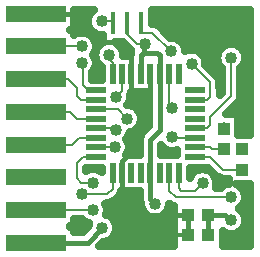
<source format=gtl>
G04 DipTrace 3.3.1.1*
G04 Top.gtl*
%MOIN*%
G04 #@! TF.FileFunction,Copper,L1,Top*
G04 #@! TF.Part,Single*
G04 #@! TA.AperFunction,Conductor*
%ADD13C,0.008*%
%ADD14C,0.017*%
G04 #@! TA.AperFunction,CopperBalancing*
%ADD15C,0.025*%
%ADD16C,0.013*%
%ADD17R,0.2X0.0545*%
%ADD18R,0.043307X0.03937*%
%ADD19R,0.03937X0.043307*%
%ADD21R,0.019685X0.066929*%
%ADD22R,0.066929X0.019685*%
%ADD24R,0.015748X0.074803*%
G04 #@! TA.AperFunction,ViaPad*
%ADD25C,0.04*%
%FSLAX26Y26*%
G04*
G70*
G90*
G75*
G01*
G04 Top*
%LPD*%
X765818Y911960D2*
D13*
X785974Y932116D1*
Y987449D1*
X949950Y1062450D2*
X887450Y1124950D1*
X849949D1*
Y1156200D1*
X718700Y1162449D2*
X749212D1*
X755461Y1156200D1*
X743700Y1049949D2*
Y1037451D1*
X756200Y1024951D1*
Y987449D1*
X754478D1*
X720302Y473696D2*
D14*
Y468700D1*
X880462Y656741D2*
Y569693D1*
X896527Y553629D1*
X911959Y987449D2*
Y799735D1*
X880462Y768239D1*
Y656741D1*
X499951Y424951D2*
X671557D1*
X720302Y473696D1*
X911959Y987449D2*
Y1050288D1*
X903456Y1058791D1*
X858791D1*
X848966Y1048966D1*
Y987449D1*
X862450Y1087450D2*
X858791Y1058791D1*
X802705Y1156200D2*
D13*
Y1122195D1*
X837450Y1087450D1*
X862450D1*
X880462Y987449D2*
D14*
Y874535D1*
X848964D1*
X817470Y906028D1*
Y987449D1*
X1006200Y449949D2*
Y518700D1*
X817470Y987449D2*
Y1044930D1*
X768700Y1093700D1*
X724949D1*
X630659Y1187990D1*
X500001D1*
X1006200Y518700D2*
X785974D1*
Y656741D1*
Y698474D1*
X848964Y761464D1*
Y874535D1*
X765818Y800503D2*
D13*
X759974Y806347D1*
X699360D1*
X651838Y1024397D2*
X656684Y1019550D1*
Y949465D1*
X673818Y932331D1*
X699360D1*
X651838Y586944D2*
X736944D1*
X754478Y604478D1*
Y656741D1*
X499951Y533951D2*
X689310D1*
Y533952D1*
Y624417D2*
X650483D1*
X635692Y639208D1*
Y691941D1*
X655609Y711859D1*
X699360D1*
X762451Y743700D2*
X762106Y743355D1*
X699360D1*
X499951Y751951D2*
X620701D1*
X643602Y774851D1*
X699360D1*
Y837843D2*
X637057D1*
X613949Y860951D1*
X499951D1*
Y969951D2*
X604949D1*
X635692Y939208D1*
Y914208D1*
X649065Y900835D1*
X699360D1*
X803291Y837976D2*
X771927Y869339D1*
X699360D1*
X499951Y1078951D2*
X651838D1*
Y1078952D1*
X953452Y874968D2*
X943455Y884965D1*
Y987449D1*
X1017787Y1021798D2*
X1080527Y959058D1*
Y911777D1*
X1069585Y900835D1*
X1030069D1*
X1073129Y449949D2*
D14*
Y518700D1*
X1130394D1*
X1149951Y499144D1*
Y576588D2*
D13*
X964448D1*
X943455Y597582D1*
Y656741D1*
X1054456Y622645D2*
X1029393Y597582D1*
X983569D1*
X974951Y606200D1*
Y656741D1*
X1030069Y711859D2*
X1080527D1*
X1123686Y668700D1*
X1187451D1*
X1030069Y743355D2*
X1080527D1*
X1086432Y737449D1*
X1124951D1*
X953452Y775972D2*
X954573Y774851D1*
X1030069D1*
X1149951Y1041256D2*
Y912616D1*
X1080527Y843192D1*
Y818027D1*
X1068847Y806347D1*
X1030069D1*
X1187451Y735629D2*
Y737449D1*
X1124951Y806200D2*
Y804378D1*
D25*
Y806200D3*
X1187451Y737449D3*
X743700Y1049949D3*
X718700Y1162449D3*
X765818Y911960D3*
X949950Y1062450D3*
X720302Y473696D3*
X896527Y553629D3*
X765818Y800503D3*
X651838Y1024397D3*
Y586944D3*
X689310Y533952D3*
Y624417D3*
X762451Y743700D3*
X803291Y837976D3*
X953452Y874968D3*
X651838Y1078952D3*
X1017787Y1021798D3*
X1149951Y499144D3*
Y576588D3*
X1054456Y622645D3*
X953452Y775972D3*
X1149951Y1041256D3*
X862450Y1087450D3*
X628999Y1175081D2*
D15*
X671438D1*
X886827D2*
X1209952D1*
X628999Y1150212D2*
X671331D1*
X907030D2*
X1209952D1*
X628963Y1125343D2*
X646140D1*
X657514D2*
X688160D1*
X932687D2*
X1209952D1*
X695564Y1100474D2*
X718590D1*
X979229D2*
X1209952D1*
X784988Y1075606D2*
X803671D1*
X997063D2*
X1116115D1*
X1183805D2*
X1209952D1*
X792703Y1050737D2*
X811494D1*
X1056667D2*
X1101941D1*
X1197979D2*
X1209952D1*
X1066607Y1025868D2*
X1103556D1*
X1196328D2*
X1209952D1*
X694524Y1000999D2*
X715648D1*
X1084226D2*
X1116940D1*
X1182943D2*
X1209952D1*
X689679Y976130D2*
X715648D1*
X1108304D2*
X1116940D1*
X1182943D2*
X1209952D1*
X1182943Y951262D2*
X1209952D1*
X818432Y926393D2*
X874471D1*
X1182943D2*
X1209952D1*
X813623Y901524D2*
X874471D1*
X1180862D2*
X1209952D1*
X831601Y876655D2*
X874471D1*
X1159619D2*
X1209952D1*
X850189Y851787D2*
X874471D1*
X1173649D2*
X1209952D1*
X850943Y826918D2*
X874471D1*
X1173649D2*
X1209952D1*
X835298Y802049D2*
X862270D1*
X1173757D2*
X1209952D1*
X808564Y777180D2*
X844113D1*
X810645Y752312D2*
X842965D1*
X808528Y727443D2*
X842965D1*
X917975D2*
X967590D1*
X1103137Y627968D2*
X1138758D1*
X1190659Y603099D2*
X1209952D1*
X773864Y578230D2*
X842965D1*
X1198912D2*
X1209952D1*
X734068Y553361D2*
X847020D1*
X1192740D2*
X1209952D1*
X737980Y528493D2*
X854914D1*
X938142D2*
X955533D1*
X1188506D2*
X1209952D1*
X758398Y503624D2*
X955533D1*
X1198733D2*
X1209952D1*
X614951Y478755D2*
X671582D1*
X769019D2*
X955533D1*
X1194247D2*
X1209952D1*
X764857Y453886D2*
X955533D1*
X1123770D2*
X1136784D1*
X1163135D2*
X1209952D1*
X735683Y429018D2*
X955533D1*
X1123770D2*
X1209952D1*
X612475Y478701D2*
X626451D1*
Y459933D1*
X657088Y459951D1*
X673882Y476773D1*
X675087Y484551D1*
X676518Y489256D1*
X671515Y490992D1*
X665014Y494304D1*
X659111Y498593D1*
X654232Y503449D1*
X626477Y503451D1*
X626451Y480201D1*
X612420D1*
X612451Y478715D1*
X612475Y1132701D2*
X626451D1*
Y1117880D1*
X630727Y1120384D1*
X637469Y1123176D1*
X644564Y1124879D1*
X651838Y1125452D1*
X659112Y1124879D1*
X666207Y1123176D1*
X672948Y1120384D1*
X679170Y1116571D1*
X684718Y1111832D1*
X689457Y1106284D1*
X693270Y1100063D1*
X696062Y1093321D1*
X697765Y1086226D1*
X698338Y1078952D1*
X697765Y1071678D1*
X696062Y1064583D1*
X693270Y1057841D1*
X689497Y1051679D1*
X693270Y1045507D1*
X696062Y1038766D1*
X697765Y1031671D1*
X698338Y1024397D1*
X697765Y1017123D1*
X696062Y1010028D1*
X693270Y1003286D1*
X689457Y997065D1*
X687187Y994187D1*
X687184Y968703D1*
X718161Y968674D1*
X718136Y1011131D1*
X713501Y1014590D1*
X708341Y1019750D1*
X704052Y1025653D1*
X700740Y1032155D1*
X698485Y1039094D1*
X697343Y1046301D1*
Y1053598D1*
X698485Y1060805D1*
X700740Y1067744D1*
X704052Y1074246D1*
X708341Y1080149D1*
X713501Y1085308D1*
X719404Y1089597D1*
X724571Y1092295D1*
X721087Y1092298D1*
Y1116018D1*
X715052Y1116093D1*
X707845Y1117234D1*
X700905Y1119489D1*
X694404Y1122802D1*
X688501Y1127090D1*
X683341Y1132250D1*
X679052Y1138153D1*
X675740Y1144655D1*
X673485Y1151594D1*
X672343Y1158801D1*
Y1166098D1*
X673485Y1173305D1*
X675740Y1180244D1*
X679052Y1186746D1*
X683341Y1192649D1*
X688501Y1197808D1*
X691222Y1199954D1*
X626510Y1199949D1*
X626501Y1134240D1*
X612470D1*
X958047Y412455D2*
Y546774D1*
X952776Y548410D1*
X948512Y550583D1*
X944633Y553402D1*
X943027Y553629D1*
X942454Y546355D1*
X940751Y539260D1*
X937959Y532519D1*
X934146Y526297D1*
X929407Y520749D1*
X923859Y516010D1*
X917637Y512197D1*
X910896Y509405D1*
X903801Y507702D1*
X896527Y507129D1*
X889253Y507702D1*
X882157Y509405D1*
X875416Y512197D1*
X869195Y516010D1*
X863646Y520749D1*
X858907Y526297D1*
X855095Y532519D1*
X852303Y539260D1*
X850599Y546355D1*
X850078Y552332D1*
X848127Y556300D1*
X846430Y561523D1*
X845570Y566947D1*
X845462Y596786D1*
X783976Y596776D1*
X782657Y592806D1*
X780484Y588542D1*
X777671Y584670D1*
X758511Y565377D1*
X754872Y562269D1*
X750791Y559768D1*
X746369Y557937D1*
X741715Y556820D1*
X736935Y556444D1*
X730742Y555063D1*
X733534Y548321D1*
X735238Y541226D1*
X735810Y533952D1*
X735238Y526678D1*
X733534Y519583D1*
X733095Y518392D1*
X738097Y516656D1*
X744599Y513344D1*
X750502Y509055D1*
X755661Y503895D1*
X759950Y497992D1*
X763263Y491491D1*
X765518Y484551D1*
X766659Y477344D1*
Y470048D1*
X765518Y462841D1*
X763263Y455901D1*
X759950Y449400D1*
X755661Y443497D1*
X750502Y438337D1*
X744599Y434048D1*
X738097Y430736D1*
X731158Y428481D1*
X723423Y427319D1*
X708538Y412434D1*
X958039Y412450D1*
X1121283Y462511D2*
Y412416D1*
X1212458Y412450D1*
X1212451Y620529D1*
X1165133Y620546D1*
X1171061Y618020D1*
X1177283Y614208D1*
X1182831Y609469D1*
X1187570Y603920D1*
X1191382Y597699D1*
X1194175Y590958D1*
X1195878Y583863D1*
X1196451Y576588D1*
X1195878Y569314D1*
X1194175Y562219D1*
X1191382Y555478D1*
X1187570Y549256D1*
X1182831Y543708D1*
X1177283Y538969D1*
X1175658Y537884D1*
X1180150Y534502D1*
X1185310Y529343D1*
X1189598Y523440D1*
X1192911Y516938D1*
X1195166Y509999D1*
X1196307Y502792D1*
Y495495D1*
X1195166Y488288D1*
X1192911Y481349D1*
X1189598Y474847D1*
X1185310Y468944D1*
X1180150Y463785D1*
X1174247Y459496D1*
X1167745Y456183D1*
X1160806Y453928D1*
X1153599Y452787D1*
X1146302D1*
X1139095Y453928D1*
X1132156Y456183D1*
X1125654Y459496D1*
X1121286Y462575D1*
X1141266Y622305D2*
Y638165D1*
X1121293Y638294D1*
X1116565Y639043D1*
X1112014Y640522D1*
X1107749Y642694D1*
X1103877Y645508D1*
X1073725Y675527D1*
X1011268Y675516D1*
X1011293Y639949D1*
X1014808Y646941D1*
X1019097Y652844D1*
X1024257Y658004D1*
X1030160Y662293D1*
X1036661Y665605D1*
X1043601Y667860D1*
X1050808Y669002D1*
X1058104D1*
X1065311Y667860D1*
X1072251Y665605D1*
X1078752Y662293D1*
X1084655Y658004D1*
X1089815Y652844D1*
X1094104Y646941D1*
X1097416Y640440D1*
X1099671Y633500D1*
X1100813Y626293D1*
Y618997D1*
X1099671Y611790D1*
X1098241Y607085D1*
X1114839Y607089D1*
X1119751Y611947D1*
X1125654Y616236D1*
X1132156Y619549D1*
X1139095Y621804D1*
X1141264Y622235D1*
X1171157Y783782D2*
X1187451Y783949D1*
X1205570Y783782D1*
X1212424D1*
X1212451Y1199916D1*
X884302Y1199949D1*
X884323Y1155474D1*
X892221Y1155075D1*
X896875Y1153957D1*
X901297Y1152126D1*
X905378Y1149625D1*
X909023Y1146510D1*
X946697Y1108837D1*
X953598Y1108807D1*
X960805Y1107665D1*
X967745Y1105410D1*
X974246Y1102098D1*
X980149Y1097809D1*
X985309Y1092649D1*
X989598Y1086746D1*
X992910Y1080245D1*
X995165Y1073305D1*
X996307Y1066098D1*
X996425Y1063091D1*
X1003417Y1066023D1*
X1010512Y1067726D1*
X1017787Y1068298D1*
X1025061Y1067726D1*
X1032156Y1066023D1*
X1038897Y1063230D1*
X1045119Y1059418D1*
X1050667Y1054679D1*
X1055406Y1049130D1*
X1059218Y1042909D1*
X1062011Y1036168D1*
X1063714Y1029073D1*
X1064287Y1021798D1*
X1064160Y1018563D1*
X1103719Y978866D1*
X1106532Y974995D1*
X1108705Y970730D1*
X1110184Y966178D1*
X1110933Y961451D1*
X1111027Y916823D1*
X1119426Y925225D1*
X1119451Y1006166D1*
X1114592Y1011057D1*
X1110303Y1016960D1*
X1106990Y1023462D1*
X1104735Y1030401D1*
X1103594Y1037608D1*
Y1044905D1*
X1104735Y1052112D1*
X1106990Y1059051D1*
X1110303Y1065553D1*
X1114592Y1071456D1*
X1119751Y1076615D1*
X1125654Y1080904D1*
X1132156Y1084217D1*
X1139095Y1086472D1*
X1146302Y1087613D1*
X1153599D1*
X1160806Y1086472D1*
X1167745Y1084217D1*
X1174247Y1080904D1*
X1180150Y1076615D1*
X1185310Y1071456D1*
X1189598Y1065553D1*
X1192911Y1059051D1*
X1195166Y1052112D1*
X1196307Y1044905D1*
Y1037608D1*
X1195166Y1030401D1*
X1192911Y1023462D1*
X1189598Y1016960D1*
X1185310Y1011057D1*
X1180454Y1006178D1*
X1180357Y910223D1*
X1179608Y905496D1*
X1178129Y900944D1*
X1175956Y896680D1*
X1173143Y892808D1*
X1133025Y852557D1*
X1171136Y852532D1*
X1171307Y809848D1*
Y802552D1*
X1171136Y797414D1*
Y783814D1*
X762829Y1092295D2*
X767996Y1089597D1*
X773899Y1085308D1*
X779059Y1080149D1*
X783348Y1074246D1*
X786660Y1067744D1*
X788915Y1060805D1*
X790057Y1053598D1*
X790101Y1047427D1*
X813952Y1047414D1*
X814397Y1054442D1*
X815679Y1059782D1*
X816635Y1062370D1*
X815877Y1065890D1*
X789469Y1092297D1*
X762886Y1092298D1*
X876952Y927484D2*
X816099Y927345D1*
X814982Y922691D1*
X812175Y915608D1*
Y908311D1*
X811033Y901105D1*
X808779Y894165D1*
X805466Y887664D1*
X803323Y884482D1*
X810565Y883903D1*
X817660Y882200D1*
X824401Y879407D1*
X830623Y875595D1*
X836171Y870856D1*
X840910Y865308D1*
X844722Y859086D1*
X847515Y852345D1*
X849218Y845250D1*
X849791Y837976D1*
X849218Y830701D1*
X847515Y823606D1*
X844722Y816865D1*
X840910Y810644D1*
X836171Y805095D1*
X830623Y800356D1*
X824401Y796544D1*
X817660Y793751D1*
X811586Y792251D1*
X810042Y786134D1*
X807250Y779393D1*
X803437Y773171D1*
X800838Y769937D1*
X803882Y764811D1*
X806675Y758069D1*
X808378Y750974D1*
X808951Y743700D1*
X808378Y736426D1*
X806675Y729331D1*
X803882Y722589D1*
X800300Y716712D1*
X845465Y716705D1*
X845570Y770985D1*
X846429Y776410D1*
X848127Y781633D1*
X850620Y786527D1*
X853848Y790970D1*
X876952Y814226D1*
X876959Y927519D1*
X718166Y675516D2*
X666205D1*
X666192Y664777D1*
X671515Y667377D1*
X678455Y669632D1*
X685662Y670773D1*
X692959D1*
X700165Y669632D1*
X707105Y667377D1*
X713606Y664064D1*
X718132Y660861D1*
X718136Y675542D1*
X915463Y716705D2*
X970089D1*
X970104Y732526D1*
X964307Y730756D1*
X957100Y729615D1*
X949804D1*
X942597Y730756D1*
X935657Y733011D1*
X929156Y736324D1*
X923253Y740613D1*
X918093Y745772D1*
X915460Y749197D1*
X915463Y716674D1*
X958082Y449949D2*
D16*
X1006200D1*
X958083Y518700D2*
X1006200D1*
X880462Y987449D2*
Y927520D1*
X817470Y1047378D2*
Y927521D1*
D17*
X499951Y424951D3*
Y533951D3*
Y642951D3*
Y751951D3*
Y860951D3*
Y969951D3*
Y1078951D3*
X500001Y1187990D3*
D18*
X1006200Y449949D3*
X1073129D3*
X1006200Y518700D3*
X1073129D3*
D19*
X1187451Y668700D3*
Y735629D3*
X1124951Y737449D3*
Y804378D3*
D21*
X974951Y987449D3*
X943455D3*
X911959D3*
X880462D3*
X848966D3*
X817470D3*
X785974D3*
X754478D3*
D22*
X699360Y932331D3*
Y900835D3*
Y869339D3*
Y837843D3*
Y806347D3*
Y774851D3*
Y743355D3*
Y711859D3*
D21*
X754478Y656741D3*
X785974D3*
X817470D3*
X848966D3*
X880462D3*
X911959D3*
X943455D3*
X974951D3*
D22*
X1030069Y711859D3*
Y743355D3*
Y774851D3*
Y806347D3*
Y837843D3*
Y869339D3*
Y900835D3*
Y932331D3*
D24*
X849949Y1156200D3*
X802705D3*
X755461D3*
M02*

</source>
